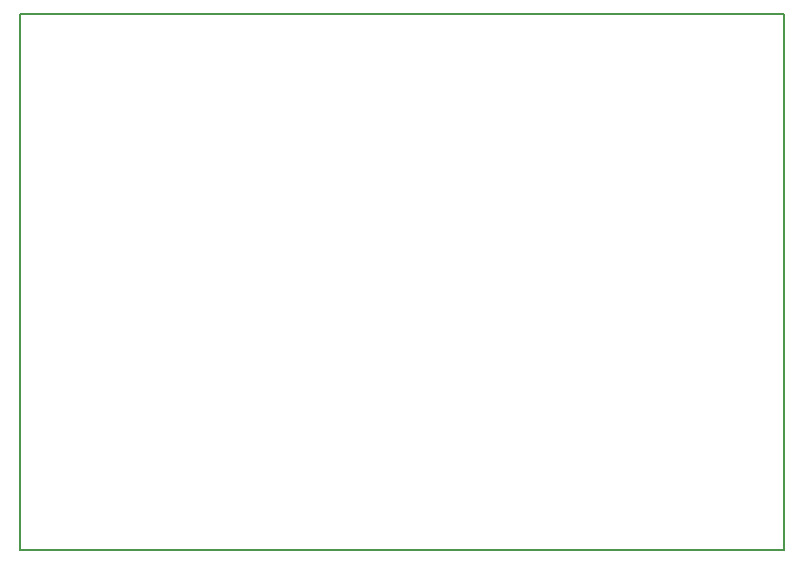
<source format=gbr>
G04 #@! TF.FileFunction,Profile,NP*
%FSLAX46Y46*%
G04 Gerber Fmt 4.6, Leading zero omitted, Abs format (unit mm)*
G04 Created by KiCad (PCBNEW 4.0.2-4+6225~38~ubuntu14.04.1-stable) date Thu 07 Jul 2016 06:29:20 PM CEST*
%MOMM*%
G01*
G04 APERTURE LIST*
%ADD10C,0.100000*%
%ADD11C,0.150000*%
G04 APERTURE END LIST*
D10*
D11*
X98552000Y-127889000D02*
X98552000Y-82550000D01*
X163195000Y-127889000D02*
X98552000Y-127889000D01*
X163195000Y-82550000D02*
X163195000Y-127889000D01*
X98552000Y-82550000D02*
X163195000Y-82550000D01*
M02*

</source>
